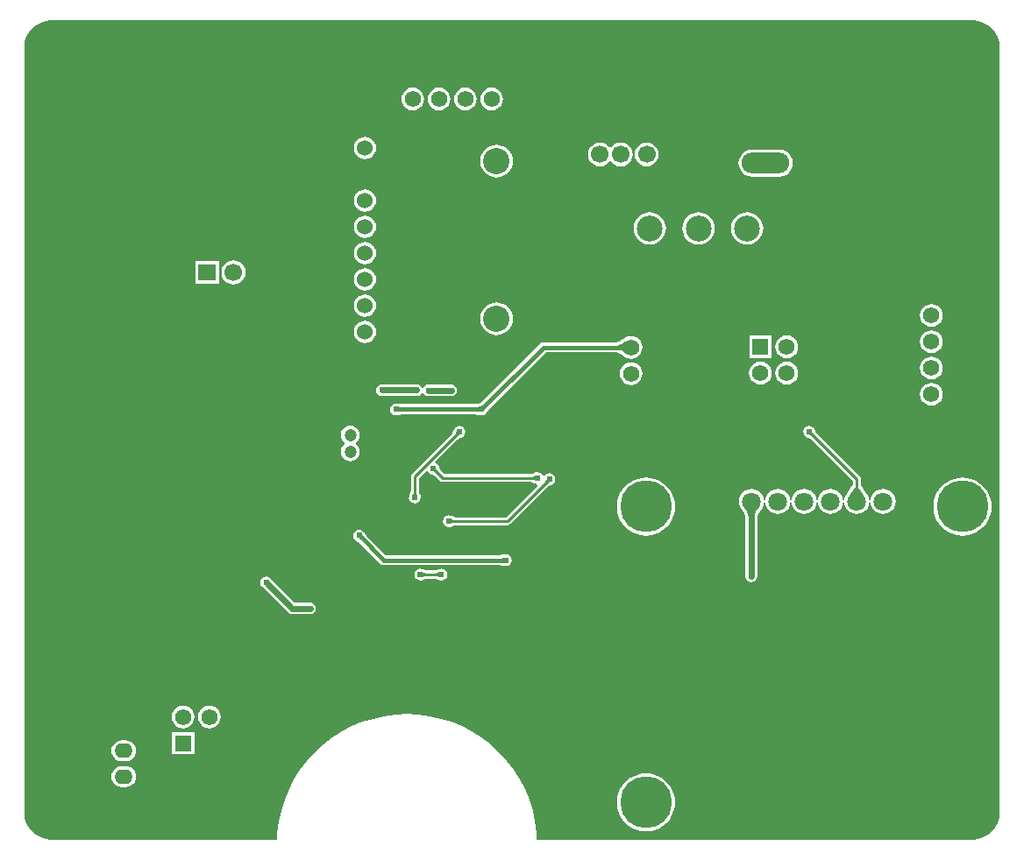
<source format=gbl>
G04*
G04 #@! TF.GenerationSoftware,Altium Limited,Altium Designer,20.2.8 (258)*
G04*
G04 Layer_Physical_Order=2*
G04 Layer_Color=16711680*
%FSLAX25Y25*%
%MOIN*%
G70*
G04*
G04 #@! TF.SameCoordinates,8B033AF5-0F56-4633-A6EA-0BBE3F1FE994*
G04*
G04*
G04 #@! TF.FilePolarity,Positive*
G04*
G01*
G75*
%ADD10C,0.02400*%
%ADD12C,0.01000*%
%ADD18C,0.01800*%
%ADD84C,0.19685*%
%ADD85O,0.05512X0.08268*%
%ADD86C,0.04724*%
%ADD87C,0.06693*%
%ADD88R,0.06693X0.06200*%
%ADD89C,0.07087*%
%ADD90R,0.07087X0.07087*%
%ADD91C,0.06000*%
%ADD92C,0.10000*%
%ADD93O,0.18110X0.07874*%
%ADD94O,0.07874X0.18110*%
%ADD95C,0.06200*%
%ADD96R,0.06200X0.06200*%
%ADD97R,0.06200X0.06200*%
%ADD98O,0.06890X0.05512*%
%ADD99C,0.09843*%
%ADD100C,0.12205*%
%ADD101C,0.02400*%
%ADD102C,0.03600*%
G36*
X364197Y313164D02*
X366112Y312583D01*
X367877Y311639D01*
X369424Y310369D01*
X370694Y308822D01*
X371638Y307057D01*
X372219Y305141D01*
X372366Y303642D01*
X372384Y303150D01*
X372384D01*
Y11811D01*
X372405Y11708D01*
X372219Y9819D01*
X371638Y7904D01*
X370694Y6139D01*
X369424Y4591D01*
X367877Y3322D01*
X366112Y2378D01*
X364197Y1797D01*
X362307Y1611D01*
X362205Y1631D01*
X196475D01*
X196365Y4132D01*
X195802Y8414D01*
X194867Y12631D01*
X193568Y16750D01*
X191915Y20741D01*
X189921Y24572D01*
X187600Y28214D01*
X184971Y31641D01*
X182053Y34826D01*
X178868Y37743D01*
X175442Y40373D01*
X171799Y42694D01*
X167968Y44688D01*
X163977Y46341D01*
X159858Y47640D01*
X155641Y48575D01*
X151359Y49138D01*
X147044Y49327D01*
X142729Y49138D01*
X138446Y48575D01*
X134230Y47640D01*
X130110Y46341D01*
X126120Y44688D01*
X122289Y42694D01*
X118646Y40373D01*
X115219Y37743D01*
X112035Y34826D01*
X109117Y31641D01*
X106488Y28214D01*
X104167Y24572D01*
X102173Y20741D01*
X100520Y16750D01*
X99221Y12631D01*
X98286Y8414D01*
X97722Y4132D01*
X97613Y1631D01*
X11811D01*
X11708Y1611D01*
X9819Y1797D01*
X7904Y2378D01*
X6139Y3322D01*
X4591Y4591D01*
X3322Y6139D01*
X2378Y7904D01*
X1797Y9819D01*
X1611Y11708D01*
X1631Y11811D01*
Y303150D01*
X1611Y303252D01*
X1797Y305141D01*
X2378Y307057D01*
X3322Y308822D01*
X4591Y310369D01*
X6139Y311639D01*
X7904Y312583D01*
X9819Y313164D01*
X11708Y313350D01*
X11811Y313329D01*
X362205D01*
X362307Y313350D01*
X364197Y313164D01*
D02*
G37*
%LPC*%
G36*
X179291Y287802D02*
X178169Y287654D01*
X177123Y287221D01*
X176225Y286531D01*
X175535Y285633D01*
X175102Y284587D01*
X174954Y283465D01*
X175102Y282342D01*
X175535Y281296D01*
X176225Y280398D01*
X177123Y279709D01*
X178169Y279275D01*
X179291Y279128D01*
X180414Y279275D01*
X181460Y279709D01*
X182358Y280398D01*
X183047Y281296D01*
X183481Y282342D01*
X183628Y283465D01*
X183481Y284587D01*
X183047Y285633D01*
X182358Y286531D01*
X181460Y287221D01*
X180414Y287654D01*
X179291Y287802D01*
D02*
G37*
G36*
X169291D02*
X168169Y287654D01*
X167123Y287221D01*
X166225Y286531D01*
X165535Y285633D01*
X165102Y284587D01*
X164954Y283465D01*
X165102Y282342D01*
X165535Y281296D01*
X166225Y280398D01*
X167123Y279709D01*
X168169Y279275D01*
X169291Y279128D01*
X170414Y279275D01*
X171460Y279709D01*
X172358Y280398D01*
X173047Y281296D01*
X173481Y282342D01*
X173628Y283465D01*
X173481Y284587D01*
X173047Y285633D01*
X172358Y286531D01*
X171460Y287221D01*
X170414Y287654D01*
X169291Y287802D01*
D02*
G37*
G36*
X159291D02*
X158169Y287654D01*
X157123Y287221D01*
X156225Y286531D01*
X155535Y285633D01*
X155102Y284587D01*
X154954Y283465D01*
X155102Y282342D01*
X155535Y281296D01*
X156225Y280398D01*
X157123Y279709D01*
X158169Y279275D01*
X159291Y279128D01*
X160414Y279275D01*
X161460Y279709D01*
X162358Y280398D01*
X163047Y281296D01*
X163481Y282342D01*
X163628Y283465D01*
X163481Y284587D01*
X163047Y285633D01*
X162358Y286531D01*
X161460Y287221D01*
X160414Y287654D01*
X159291Y287802D01*
D02*
G37*
G36*
X149291D02*
X148169Y287654D01*
X147123Y287221D01*
X146224Y286531D01*
X145535Y285633D01*
X145102Y284587D01*
X144954Y283465D01*
X145102Y282342D01*
X145535Y281296D01*
X146224Y280398D01*
X147123Y279709D01*
X148169Y279275D01*
X149291Y279128D01*
X150414Y279275D01*
X151460Y279709D01*
X152358Y280398D01*
X153047Y281296D01*
X153481Y282342D01*
X153628Y283465D01*
X153481Y284587D01*
X153047Y285633D01*
X152358Y286531D01*
X151460Y287221D01*
X150414Y287654D01*
X149291Y287802D01*
D02*
G37*
G36*
X228346Y266968D02*
X227160Y266812D01*
X226054Y266354D01*
X225104Y265625D01*
X224659Y265046D01*
X224160D01*
X223715Y265625D01*
X222765Y266354D01*
X221659Y266812D01*
X220472Y266968D01*
X219286Y266812D01*
X218180Y266354D01*
X217230Y265625D01*
X216501Y264675D01*
X216043Y263569D01*
X215887Y262382D01*
X216043Y261195D01*
X216501Y260089D01*
X217230Y259140D01*
X218180Y258411D01*
X219286Y257953D01*
X220472Y257797D01*
X221659Y257953D01*
X222765Y258411D01*
X223715Y259140D01*
X224160Y259719D01*
X224659D01*
X225104Y259140D01*
X226054Y258411D01*
X227160Y257953D01*
X228346Y257797D01*
X229533Y257953D01*
X230639Y258411D01*
X231589Y259140D01*
X232318Y260089D01*
X232776Y261195D01*
X232932Y262382D01*
X232776Y263569D01*
X232318Y264675D01*
X231589Y265625D01*
X230639Y266354D01*
X229533Y266812D01*
X228346Y266968D01*
D02*
G37*
G36*
X131102Y269079D02*
X130006Y268934D01*
X128984Y268511D01*
X128107Y267838D01*
X127434Y266961D01*
X127011Y265939D01*
X126866Y264843D01*
X127011Y263746D01*
X127434Y262724D01*
X128107Y261847D01*
X128984Y261174D01*
X130006Y260751D01*
X131102Y260606D01*
X132199Y260751D01*
X133221Y261174D01*
X134098Y261847D01*
X134771Y262724D01*
X135194Y263746D01*
X135339Y264843D01*
X135194Y265939D01*
X134771Y266961D01*
X134098Y267838D01*
X133221Y268511D01*
X132199Y268934D01*
X131102Y269079D01*
D02*
G37*
G36*
X238189Y266968D02*
X237002Y266812D01*
X235896Y266354D01*
X234946Y265625D01*
X234218Y264675D01*
X233759Y263569D01*
X233603Y262382D01*
X233759Y261195D01*
X234218Y260089D01*
X234946Y259140D01*
X235896Y258411D01*
X237002Y257953D01*
X238189Y257797D01*
X239376Y257953D01*
X240482Y258411D01*
X241431Y259140D01*
X242160Y260089D01*
X242618Y261195D01*
X242775Y262382D01*
X242618Y263569D01*
X242160Y264675D01*
X241431Y265625D01*
X240482Y266354D01*
X239376Y266812D01*
X238189Y266968D01*
D02*
G37*
G36*
X288582Y264237D02*
X278346D01*
X277005Y264061D01*
X275755Y263543D01*
X274682Y262720D01*
X273859Y261647D01*
X273341Y260397D01*
X273165Y259056D01*
X273341Y257715D01*
X273859Y256466D01*
X274682Y255392D01*
X275755Y254569D01*
X277005Y254051D01*
X278346Y253875D01*
X288582D01*
X289923Y254051D01*
X291173Y254569D01*
X292246Y255392D01*
X293069Y256466D01*
X293587Y257715D01*
X293763Y259056D01*
X293587Y260397D01*
X293069Y261647D01*
X292246Y262720D01*
X291173Y263543D01*
X289923Y264061D01*
X288582Y264237D01*
D02*
G37*
G36*
X181102Y266073D02*
X179887Y265953D01*
X178718Y265598D01*
X177641Y265023D01*
X176697Y264248D01*
X175922Y263304D01*
X175347Y262227D01*
X174992Y261058D01*
X174872Y259842D01*
X174992Y258627D01*
X175347Y257458D01*
X175922Y256381D01*
X176697Y255437D01*
X177641Y254662D01*
X178718Y254087D01*
X179887Y253732D01*
X181102Y253612D01*
X182318Y253732D01*
X183486Y254087D01*
X184564Y254662D01*
X185508Y255437D01*
X186282Y256381D01*
X186858Y257458D01*
X187213Y258627D01*
X187332Y259842D01*
X187213Y261058D01*
X186858Y262227D01*
X186282Y263304D01*
X185508Y264248D01*
X184564Y265023D01*
X183486Y265598D01*
X182318Y265953D01*
X181102Y266073D01*
D02*
G37*
G36*
X131102Y249079D02*
X130006Y248934D01*
X128984Y248511D01*
X128107Y247838D01*
X127434Y246961D01*
X127011Y245939D01*
X126866Y244843D01*
X127011Y243746D01*
X127434Y242724D01*
X128107Y241847D01*
X128984Y241174D01*
X130006Y240751D01*
X131102Y240606D01*
X132199Y240751D01*
X133221Y241174D01*
X134098Y241847D01*
X134771Y242724D01*
X135194Y243746D01*
X135339Y244843D01*
X135194Y245939D01*
X134771Y246961D01*
X134098Y247838D01*
X133221Y248511D01*
X132199Y248934D01*
X131102Y249079D01*
D02*
G37*
G36*
X131102Y239079D02*
X130006Y238934D01*
X128984Y238511D01*
X128107Y237838D01*
X127434Y236961D01*
X127011Y235939D01*
X126866Y234842D01*
X127011Y233746D01*
X127434Y232724D01*
X128107Y231847D01*
X128984Y231174D01*
X130006Y230751D01*
X131102Y230606D01*
X132199Y230751D01*
X133221Y231174D01*
X134098Y231847D01*
X134771Y232724D01*
X135194Y233746D01*
X135339Y234842D01*
X135194Y235939D01*
X134771Y236961D01*
X134098Y237838D01*
X133221Y238511D01*
X132199Y238934D01*
X131102Y239079D01*
D02*
G37*
G36*
X276378Y240403D02*
X275178Y240285D01*
X274024Y239935D01*
X272961Y239366D01*
X272029Y238601D01*
X271264Y237669D01*
X270695Y236606D01*
X270345Y235452D01*
X270227Y234252D01*
X270345Y233052D01*
X270695Y231898D01*
X271264Y230835D01*
X272029Y229903D01*
X272961Y229138D01*
X274024Y228569D01*
X275178Y228219D01*
X276378Y228101D01*
X277578Y228219D01*
X278732Y228569D01*
X279795Y229138D01*
X280727Y229903D01*
X281492Y230835D01*
X282061Y231898D01*
X282411Y233052D01*
X282529Y234252D01*
X282411Y235452D01*
X282061Y236606D01*
X281492Y237669D01*
X280727Y238601D01*
X279795Y239366D01*
X278732Y239935D01*
X277578Y240285D01*
X276378Y240403D01*
D02*
G37*
G36*
X257874D02*
X256674Y240285D01*
X255520Y239935D01*
X254457Y239366D01*
X253525Y238601D01*
X252760Y237669D01*
X252191Y236606D01*
X251841Y235452D01*
X251723Y234252D01*
X251841Y233052D01*
X252191Y231898D01*
X252760Y230835D01*
X253525Y229903D01*
X254457Y229138D01*
X255520Y228569D01*
X256674Y228219D01*
X257874Y228101D01*
X259074Y228219D01*
X260228Y228569D01*
X261291Y229138D01*
X262223Y229903D01*
X262988Y230835D01*
X263557Y231898D01*
X263907Y233052D01*
X264025Y234252D01*
X263907Y235452D01*
X263557Y236606D01*
X262988Y237669D01*
X262223Y238601D01*
X261291Y239366D01*
X260228Y239935D01*
X259074Y240285D01*
X257874Y240403D01*
D02*
G37*
G36*
X239370D02*
X238170Y240285D01*
X237016Y239935D01*
X235953Y239366D01*
X235021Y238601D01*
X234256Y237669D01*
X233687Y236606D01*
X233337Y235452D01*
X233219Y234252D01*
X233337Y233052D01*
X233687Y231898D01*
X234256Y230835D01*
X235021Y229903D01*
X235953Y229138D01*
X237016Y228569D01*
X238170Y228219D01*
X239370Y228101D01*
X240570Y228219D01*
X241724Y228569D01*
X242787Y229138D01*
X243719Y229903D01*
X244484Y230835D01*
X245053Y231898D01*
X245403Y233052D01*
X245521Y234252D01*
X245403Y235452D01*
X245053Y236606D01*
X244484Y237669D01*
X243719Y238601D01*
X242787Y239366D01*
X241724Y239935D01*
X240570Y240285D01*
X239370Y240403D01*
D02*
G37*
G36*
X131102Y229079D02*
X130006Y228934D01*
X128984Y228511D01*
X128107Y227838D01*
X127434Y226961D01*
X127011Y225939D01*
X126866Y224843D01*
X127011Y223746D01*
X127434Y222724D01*
X128107Y221847D01*
X128984Y221174D01*
X130006Y220751D01*
X131102Y220606D01*
X132199Y220751D01*
X133221Y221174D01*
X134098Y221847D01*
X134771Y222724D01*
X135194Y223746D01*
X135339Y224843D01*
X135194Y225939D01*
X134771Y226961D01*
X134098Y227838D01*
X133221Y228511D01*
X132199Y228934D01*
X131102Y229079D01*
D02*
G37*
G36*
X75660Y221768D02*
X66567D01*
Y213169D01*
X75660D01*
Y221768D01*
D02*
G37*
G36*
X81113Y222054D02*
X79927Y221898D01*
X78821Y221440D01*
X77871Y220711D01*
X77142Y219761D01*
X76684Y218655D01*
X76528Y217469D01*
X76684Y216282D01*
X77142Y215176D01*
X77871Y214226D01*
X78821Y213497D01*
X79927Y213039D01*
X81113Y212883D01*
X82300Y213039D01*
X83406Y213497D01*
X84356Y214226D01*
X85085Y215176D01*
X85543Y216282D01*
X85699Y217469D01*
X85543Y218655D01*
X85085Y219761D01*
X84356Y220711D01*
X83406Y221440D01*
X82300Y221898D01*
X81113Y222054D01*
D02*
G37*
G36*
X131102Y219079D02*
X130006Y218934D01*
X128984Y218511D01*
X128107Y217838D01*
X127434Y216961D01*
X127011Y215939D01*
X126866Y214843D01*
X127011Y213746D01*
X127434Y212724D01*
X128107Y211847D01*
X128984Y211174D01*
X130006Y210751D01*
X131102Y210606D01*
X132199Y210751D01*
X133221Y211174D01*
X134098Y211847D01*
X134771Y212724D01*
X135194Y213746D01*
X135339Y214843D01*
X135194Y215939D01*
X134771Y216961D01*
X134098Y217838D01*
X133221Y218511D01*
X132199Y218934D01*
X131102Y219079D01*
D02*
G37*
G36*
X131102Y209079D02*
X130006Y208934D01*
X128984Y208511D01*
X128107Y207838D01*
X127434Y206961D01*
X127011Y205939D01*
X126866Y204842D01*
X127011Y203746D01*
X127434Y202724D01*
X128107Y201847D01*
X128984Y201174D01*
X130006Y200751D01*
X131102Y200606D01*
X132199Y200751D01*
X133221Y201174D01*
X134098Y201847D01*
X134771Y202724D01*
X135194Y203746D01*
X135339Y204842D01*
X135194Y205939D01*
X134771Y206961D01*
X134098Y207838D01*
X133221Y208511D01*
X132199Y208934D01*
X131102Y209079D01*
D02*
G37*
G36*
X346457Y205439D02*
X345334Y205292D01*
X344288Y204858D01*
X343390Y204169D01*
X342701Y203271D01*
X342267Y202225D01*
X342120Y201102D01*
X342267Y199980D01*
X342701Y198934D01*
X343390Y198036D01*
X344288Y197346D01*
X345334Y196913D01*
X346457Y196765D01*
X347579Y196913D01*
X348625Y197346D01*
X349523Y198036D01*
X350213Y198934D01*
X350646Y199980D01*
X350794Y201102D01*
X350646Y202225D01*
X350213Y203271D01*
X349523Y204169D01*
X348625Y204858D01*
X347579Y205292D01*
X346457Y205439D01*
D02*
G37*
G36*
X181102Y206072D02*
X179887Y205953D01*
X178718Y205598D01*
X177641Y205023D01*
X176697Y204248D01*
X175922Y203304D01*
X175347Y202227D01*
X174992Y201058D01*
X174872Y199843D01*
X174992Y198627D01*
X175347Y197458D01*
X175922Y196381D01*
X176697Y195437D01*
X177641Y194662D01*
X178718Y194087D01*
X179887Y193732D01*
X181102Y193613D01*
X182318Y193732D01*
X183486Y194087D01*
X184564Y194662D01*
X185508Y195437D01*
X186282Y196381D01*
X186858Y197458D01*
X187213Y198627D01*
X187332Y199843D01*
X187213Y201058D01*
X186858Y202227D01*
X186282Y203304D01*
X185508Y204248D01*
X184564Y205023D01*
X183486Y205598D01*
X182318Y205953D01*
X181102Y206072D01*
D02*
G37*
G36*
X131102Y199079D02*
X130006Y198934D01*
X128984Y198511D01*
X128107Y197838D01*
X127434Y196961D01*
X127011Y195939D01*
X126866Y194843D01*
X127011Y193746D01*
X127434Y192724D01*
X128107Y191847D01*
X128984Y191174D01*
X130006Y190751D01*
X131102Y190606D01*
X132199Y190751D01*
X133221Y191174D01*
X134098Y191847D01*
X134771Y192724D01*
X135194Y193746D01*
X135339Y194843D01*
X135194Y195939D01*
X134771Y196961D01*
X134098Y197838D01*
X133221Y198511D01*
X132199Y198934D01*
X131102Y199079D01*
D02*
G37*
G36*
X346457Y195440D02*
X345334Y195292D01*
X344288Y194858D01*
X343390Y194169D01*
X342701Y193271D01*
X342267Y192225D01*
X342120Y191102D01*
X342267Y189980D01*
X342701Y188934D01*
X343390Y188036D01*
X344288Y187346D01*
X345334Y186913D01*
X346457Y186765D01*
X347579Y186913D01*
X348625Y187346D01*
X349523Y188036D01*
X350213Y188934D01*
X350646Y189980D01*
X350794Y191102D01*
X350646Y192225D01*
X350213Y193271D01*
X349523Y194169D01*
X348625Y194858D01*
X347579Y195292D01*
X346457Y195440D01*
D02*
G37*
G36*
X285796Y193434D02*
X277196D01*
Y184834D01*
X285796D01*
Y193434D01*
D02*
G37*
G36*
X291496Y193471D02*
X290373Y193323D01*
X289328Y192890D01*
X288429Y192201D01*
X287740Y191302D01*
X287307Y190256D01*
X287159Y189134D01*
X287307Y188011D01*
X287740Y186965D01*
X288429Y186067D01*
X289328Y185378D01*
X290373Y184944D01*
X291496Y184797D01*
X292619Y184944D01*
X293665Y185378D01*
X294563Y186067D01*
X295252Y186965D01*
X295685Y188011D01*
X295833Y189134D01*
X295685Y190256D01*
X295252Y191302D01*
X294563Y192201D01*
X293665Y192890D01*
X292619Y193323D01*
X291496Y193471D01*
D02*
G37*
G36*
X232283Y193314D02*
X231161Y193166D01*
X230115Y192732D01*
X229794Y192487D01*
X229697Y192441D01*
X229307Y192154D01*
X228616Y191684D01*
X228044Y191347D01*
X227832Y191240D01*
X227650Y191163D01*
X227521Y191119D01*
X227454Y191104D01*
X227353Y191095D01*
X227173Y191043D01*
X226989Y191007D01*
X226945Y190978D01*
X226894Y190963D01*
X226833Y190914D01*
X199036D01*
X198295Y190766D01*
X197666Y190346D01*
X175572Y168252D01*
X175428Y168226D01*
X175417Y168219D01*
X175405Y168217D01*
X175217Y168091D01*
X175026Y167969D01*
X174711Y167667D01*
X174643Y167608D01*
X174635Y167603D01*
X174631Y167599D01*
X174618Y167588D01*
X174600Y167567D01*
X174546Y167537D01*
X174542Y167536D01*
X174021Y167503D01*
X173920Y167503D01*
X173689Y167456D01*
X173457Y167410D01*
X173455Y167408D01*
X173452Y167408D01*
X173317Y167317D01*
X144964D01*
X144844Y167400D01*
X144832Y167403D01*
X144821Y167410D01*
X144599Y167454D01*
X144378Y167503D01*
X143942Y167512D01*
X143852Y167518D01*
X143843Y167520D01*
X143837Y167520D01*
X143821Y167522D01*
X143792Y167520D01*
X143656Y167559D01*
X143608Y167553D01*
X143560Y167563D01*
X143460Y167543D01*
X143448Y167544D01*
X143417Y167534D01*
X143372Y167525D01*
X143345Y167522D01*
X142839Y167623D01*
X141981Y167452D01*
X141253Y166966D01*
X140767Y166238D01*
X140596Y165380D01*
X140767Y164521D01*
X141253Y163793D01*
X141981Y163307D01*
X142839Y163136D01*
X143345Y163237D01*
X143372Y163234D01*
X143417Y163225D01*
X143448Y163215D01*
X143460Y163216D01*
X143560Y163197D01*
X143608Y163206D01*
X143656Y163200D01*
X143737Y163223D01*
X144257Y163256D01*
X144359Y163256D01*
X144590Y163303D01*
X144821Y163349D01*
X144824Y163351D01*
X144826Y163351D01*
X144961Y163442D01*
X173315D01*
X173435Y163359D01*
X173447Y163356D01*
X173457Y163349D01*
X173679Y163305D01*
X173901Y163256D01*
X174337Y163247D01*
X174426Y163241D01*
X174436Y163239D01*
X174442Y163239D01*
X174458Y163237D01*
X174486Y163239D01*
X174623Y163200D01*
X174671Y163206D01*
X174719Y163197D01*
X174819Y163216D01*
X174831Y163215D01*
X174862Y163225D01*
X174907Y163234D01*
X174934Y163237D01*
X175439Y163136D01*
X176298Y163307D01*
X177025Y163793D01*
X177312Y164222D01*
X177333Y164239D01*
X177371Y164264D01*
X177400Y164279D01*
X177408Y164289D01*
X177493Y164345D01*
X177520Y164386D01*
X177558Y164416D01*
X177599Y164489D01*
X177944Y164880D01*
X178015Y164952D01*
X178145Y165148D01*
X178277Y165345D01*
X178277Y165348D01*
X178279Y165350D01*
X178310Y165510D01*
X199839Y187039D01*
X226833D01*
X226894Y186990D01*
X226945Y186975D01*
X226989Y186946D01*
X227173Y186909D01*
X227353Y186857D01*
X227454Y186849D01*
X227521Y186834D01*
X227650Y186790D01*
X227832Y186713D01*
X228025Y186616D01*
X229322Y185788D01*
X229697Y185512D01*
X229794Y185466D01*
X230115Y185220D01*
X231161Y184787D01*
X232283Y184639D01*
X233406Y184787D01*
X234452Y185220D01*
X235350Y185910D01*
X236039Y186808D01*
X236473Y187854D01*
X236621Y188976D01*
X236473Y190099D01*
X236039Y191145D01*
X235350Y192043D01*
X234452Y192732D01*
X233406Y193166D01*
X232283Y193314D01*
D02*
G37*
G36*
X346457Y185440D02*
X345334Y185292D01*
X344288Y184858D01*
X343390Y184169D01*
X342701Y183271D01*
X342267Y182225D01*
X342120Y181102D01*
X342267Y179980D01*
X342701Y178934D01*
X343390Y178036D01*
X344288Y177346D01*
X345334Y176913D01*
X346457Y176765D01*
X347579Y176913D01*
X348625Y177346D01*
X349523Y178036D01*
X350213Y178934D01*
X350646Y179980D01*
X350794Y181102D01*
X350646Y182225D01*
X350213Y183271D01*
X349523Y184169D01*
X348625Y184858D01*
X347579Y185292D01*
X346457Y185440D01*
D02*
G37*
G36*
X291496Y183471D02*
X290373Y183323D01*
X289328Y182890D01*
X288429Y182201D01*
X287740Y181302D01*
X287307Y180256D01*
X287159Y179134D01*
X287307Y178011D01*
X287740Y176965D01*
X288429Y176067D01*
X289328Y175378D01*
X290373Y174944D01*
X291496Y174797D01*
X292619Y174944D01*
X293665Y175378D01*
X294563Y176067D01*
X295252Y176965D01*
X295685Y178011D01*
X295833Y179134D01*
X295685Y180256D01*
X295252Y181302D01*
X294563Y182201D01*
X293665Y182890D01*
X292619Y183323D01*
X291496Y183471D01*
D02*
G37*
G36*
X281496D02*
X280374Y183323D01*
X279328Y182890D01*
X278429Y182201D01*
X277740Y181302D01*
X277307Y180256D01*
X277159Y179134D01*
X277307Y178011D01*
X277740Y176965D01*
X278429Y176067D01*
X279328Y175378D01*
X280374Y174944D01*
X281496Y174797D01*
X282619Y174944D01*
X283665Y175378D01*
X284563Y176067D01*
X285252Y176965D01*
X285685Y178011D01*
X285833Y179134D01*
X285685Y180256D01*
X285252Y181302D01*
X284563Y182201D01*
X283665Y182890D01*
X282619Y183323D01*
X281496Y183471D01*
D02*
G37*
G36*
X232283Y183314D02*
X231161Y183166D01*
X230115Y182732D01*
X229217Y182043D01*
X228527Y181145D01*
X228094Y180099D01*
X227946Y178976D01*
X228094Y177854D01*
X228527Y176808D01*
X229217Y175910D01*
X230115Y175220D01*
X231161Y174787D01*
X232283Y174639D01*
X233406Y174787D01*
X234452Y175220D01*
X235350Y175910D01*
X236039Y176808D01*
X236473Y177854D01*
X236621Y178976D01*
X236473Y180099D01*
X236039Y181145D01*
X235350Y182043D01*
X234452Y182732D01*
X233406Y183166D01*
X232283Y183314D01*
D02*
G37*
G36*
X150739Y174923D02*
X137539D01*
X136681Y174752D01*
X135953Y174266D01*
X135467Y173538D01*
X135296Y172679D01*
X135467Y171821D01*
X135953Y171093D01*
X136681Y170607D01*
X137539Y170436D01*
X150739D01*
X151598Y170607D01*
X152325Y171093D01*
X152678Y171621D01*
X152830Y171652D01*
X153241Y171611D01*
X153653Y170993D01*
X154381Y170507D01*
X155239Y170336D01*
X163839D01*
X164698Y170507D01*
X165426Y170993D01*
X165912Y171721D01*
X166083Y172580D01*
X165912Y173438D01*
X165426Y174166D01*
X164698Y174652D01*
X163839Y174823D01*
X155239D01*
X154381Y174652D01*
X153653Y174166D01*
X153301Y173638D01*
X153149Y173607D01*
X152738Y173648D01*
X152325Y174266D01*
X151598Y174752D01*
X150739Y174923D01*
D02*
G37*
G36*
X346457Y175440D02*
X345334Y175292D01*
X344288Y174858D01*
X343390Y174169D01*
X342701Y173271D01*
X342267Y172225D01*
X342120Y171102D01*
X342267Y169980D01*
X342701Y168934D01*
X343390Y168036D01*
X344288Y167346D01*
X345334Y166913D01*
X346457Y166765D01*
X347579Y166913D01*
X348625Y167346D01*
X349523Y168036D01*
X350213Y168934D01*
X350646Y169980D01*
X350794Y171102D01*
X350646Y172225D01*
X350213Y173271D01*
X349523Y174169D01*
X348625Y174858D01*
X347579Y175292D01*
X346457Y175440D01*
D02*
G37*
G36*
X125550Y159122D02*
X124620Y159000D01*
X123754Y158641D01*
X123010Y158070D01*
X122439Y157326D01*
X122080Y156459D01*
X121957Y155529D01*
X122080Y154599D01*
X122439Y153733D01*
X123010Y152989D01*
X123393Y152695D01*
Y152064D01*
X123010Y151770D01*
X122439Y151026D01*
X122080Y150160D01*
X121957Y149230D01*
X122080Y148300D01*
X122439Y147433D01*
X123010Y146689D01*
X123754Y146118D01*
X124620Y145759D01*
X125550Y145637D01*
X126480Y145759D01*
X127347Y146118D01*
X128091Y146689D01*
X128662Y147433D01*
X129021Y148300D01*
X129143Y149230D01*
X129021Y150160D01*
X128662Y151026D01*
X128091Y151770D01*
X127708Y152064D01*
Y152695D01*
X128091Y152989D01*
X128662Y153733D01*
X129021Y154599D01*
X129143Y155529D01*
X129021Y156459D01*
X128662Y157326D01*
X128091Y158070D01*
X127347Y158641D01*
X126480Y159000D01*
X125550Y159122D01*
D02*
G37*
G36*
X299939Y159123D02*
X299081Y158952D01*
X298353Y158466D01*
X297867Y157738D01*
X297696Y156879D01*
X297867Y156021D01*
X298353Y155293D01*
X298756Y155024D01*
X298778Y154976D01*
X298850Y154908D01*
X298905Y154826D01*
X299023Y154747D01*
X299128Y154650D01*
X299220Y154616D01*
X299302Y154561D01*
X299442Y154533D01*
X299575Y154484D01*
X299684Y154466D01*
X299870Y154423D01*
X299916Y154410D01*
X299961Y154393D01*
X299992Y154379D01*
X300010Y154369D01*
X300014Y154367D01*
X300043Y154340D01*
X300223Y154232D01*
X300398Y154115D01*
X300427Y154109D01*
X300452Y154094D01*
X300581Y154075D01*
X316580Y138076D01*
Y136570D01*
X316552Y136507D01*
X316479Y136397D01*
X316471Y136354D01*
X314719Y133722D01*
X314296Y133154D01*
X314248Y133054D01*
X313966Y132687D01*
X313489Y131533D01*
X313362Y130571D01*
X312858D01*
X312731Y131533D01*
X312253Y132687D01*
X311493Y133678D01*
X310502Y134438D01*
X309348Y134916D01*
X308110Y135079D01*
X306872Y134916D01*
X305718Y134438D01*
X304727Y133678D01*
X303966Y132687D01*
X303488Y131533D01*
X303362Y130571D01*
X302858D01*
X302731Y131533D01*
X302253Y132687D01*
X301493Y133678D01*
X300502Y134438D01*
X299348Y134916D01*
X298110Y135079D01*
X296871Y134916D01*
X295718Y134438D01*
X294727Y133678D01*
X293967Y132687D01*
X293489Y131533D01*
X293362Y130571D01*
X292858D01*
X292731Y131533D01*
X292253Y132687D01*
X291493Y133678D01*
X290502Y134438D01*
X289348Y134916D01*
X288110Y135079D01*
X286872Y134916D01*
X285718Y134438D01*
X284727Y133678D01*
X283966Y132687D01*
X283488Y131533D01*
X283362Y130571D01*
X282857D01*
X282731Y131533D01*
X282253Y132687D01*
X281493Y133678D01*
X280502Y134438D01*
X279348Y134916D01*
X278110Y135079D01*
X276871Y134916D01*
X275718Y134438D01*
X274727Y133678D01*
X273966Y132687D01*
X273488Y131533D01*
X273325Y130295D01*
X273488Y129057D01*
X273966Y127903D01*
X274215Y127580D01*
X274253Y127493D01*
X274545Y127084D01*
X274787Y126721D01*
X275195Y126035D01*
X275336Y125757D01*
X275450Y125500D01*
X275531Y125278D01*
X275582Y125095D01*
X275607Y124956D01*
X275618Y124782D01*
X275667Y124601D01*
X275699Y124417D01*
X275728Y124372D01*
X275742Y124321D01*
X275796Y124250D01*
Y102282D01*
X275696Y101779D01*
X275867Y100921D01*
X276353Y100193D01*
X277081Y99707D01*
X277939Y99536D01*
X278798Y99707D01*
X279525Y100193D01*
X279626Y100293D01*
X280112Y101021D01*
X280282Y101880D01*
Y124198D01*
X280335Y124267D01*
X280343Y124295D01*
X280360Y124319D01*
X280405Y124524D01*
X280460Y124728D01*
X280472Y124900D01*
X280497Y125032D01*
X280549Y125208D01*
X280632Y125424D01*
X280749Y125675D01*
X280889Y125936D01*
X281585Y126990D01*
X281876Y127373D01*
X281927Y127478D01*
X282253Y127903D01*
X282731Y129057D01*
X282857Y130019D01*
X283362D01*
X283488Y129057D01*
X283966Y127903D01*
X284727Y126912D01*
X285718Y126152D01*
X286872Y125674D01*
X288110Y125511D01*
X289348Y125674D01*
X290502Y126152D01*
X291493Y126912D01*
X292253Y127903D01*
X292731Y129057D01*
X292858Y130019D01*
X293362D01*
X293489Y129057D01*
X293967Y127903D01*
X294727Y126912D01*
X295718Y126152D01*
X296871Y125674D01*
X298110Y125511D01*
X299348Y125674D01*
X300502Y126152D01*
X301493Y126912D01*
X302253Y127903D01*
X302731Y129057D01*
X302858Y130019D01*
X303362D01*
X303488Y129057D01*
X303966Y127903D01*
X304727Y126912D01*
X305718Y126152D01*
X306872Y125674D01*
X308110Y125511D01*
X309348Y125674D01*
X310502Y126152D01*
X311493Y126912D01*
X312253Y127903D01*
X312731Y129057D01*
X312858Y130019D01*
X313362D01*
X313489Y129057D01*
X313966Y127903D01*
X314727Y126912D01*
X315718Y126152D01*
X316872Y125674D01*
X318110Y125511D01*
X319348Y125674D01*
X320502Y126152D01*
X321493Y126912D01*
X322253Y127903D01*
X322731Y129057D01*
X322858Y130019D01*
X323362D01*
X323488Y129057D01*
X323967Y127903D01*
X324727Y126912D01*
X325718Y126152D01*
X326871Y125674D01*
X328110Y125511D01*
X329348Y125674D01*
X330502Y126152D01*
X331493Y126912D01*
X332253Y127903D01*
X332731Y129057D01*
X332894Y130295D01*
X332731Y131533D01*
X332253Y132687D01*
X331493Y133678D01*
X330502Y134438D01*
X329348Y134916D01*
X328110Y135079D01*
X326871Y134916D01*
X325718Y134438D01*
X324727Y133678D01*
X323967Y132687D01*
X323488Y131533D01*
X323362Y130571D01*
X322858D01*
X322731Y131533D01*
X322253Y132687D01*
X321972Y133054D01*
X321924Y133154D01*
X321489Y133738D01*
X320210Y135534D01*
X319876Y136064D01*
X319804Y136197D01*
X319759Y136300D01*
X319740Y136397D01*
X319667Y136507D01*
X319639Y136570D01*
Y138709D01*
X319523Y139294D01*
X319191Y139791D01*
X302744Y156238D01*
X302725Y156367D01*
X302710Y156392D01*
X302704Y156421D01*
X302587Y156596D01*
X302479Y156776D01*
X302452Y156805D01*
X302450Y156808D01*
X302440Y156826D01*
X302426Y156858D01*
X302409Y156903D01*
X302396Y156948D01*
X302353Y157135D01*
X302335Y157244D01*
X302286Y157377D01*
X302258Y157517D01*
X302203Y157599D01*
X302168Y157691D01*
X302071Y157796D01*
X301993Y157914D01*
X301910Y157968D01*
X301843Y158041D01*
X301795Y158063D01*
X301525Y158466D01*
X300798Y158952D01*
X299939Y159123D01*
D02*
G37*
G36*
X167039Y159023D02*
X166181Y158852D01*
X165453Y158366D01*
X165184Y157963D01*
X165136Y157941D01*
X165068Y157869D01*
X164986Y157814D01*
X164907Y157695D01*
X164810Y157591D01*
X164776Y157499D01*
X164721Y157417D01*
X164693Y157277D01*
X164644Y157144D01*
X164626Y157035D01*
X164583Y156849D01*
X164569Y156803D01*
X164552Y156758D01*
X164539Y156727D01*
X164529Y156708D01*
X164527Y156705D01*
X164500Y156676D01*
X164392Y156496D01*
X164275Y156321D01*
X164269Y156292D01*
X164254Y156267D01*
X164235Y156138D01*
X148958Y140861D01*
X148626Y140365D01*
X148510Y139779D01*
Y134217D01*
X148432Y134112D01*
X148425Y134083D01*
X148409Y134059D01*
X148368Y133852D01*
X148317Y133648D01*
X148315Y133609D01*
X148314Y133605D01*
X148309Y133585D01*
X148296Y133553D01*
X148276Y133509D01*
X148254Y133467D01*
X148152Y133305D01*
X148088Y133216D01*
X148028Y133087D01*
X147949Y132968D01*
X147930Y132871D01*
X147889Y132782D01*
X147884Y132640D01*
X147856Y132500D01*
X147876Y132403D01*
X147872Y132305D01*
X147891Y132254D01*
X147796Y131780D01*
X147967Y130921D01*
X148453Y130193D01*
X149181Y129707D01*
X150039Y129536D01*
X150898Y129707D01*
X151626Y130193D01*
X152112Y130921D01*
X152283Y131780D01*
X152188Y132254D01*
X152207Y132305D01*
X152203Y132403D01*
X152222Y132500D01*
X152195Y132640D01*
X152190Y132782D01*
X152149Y132871D01*
X152129Y132968D01*
X152050Y133087D01*
X151991Y133216D01*
X151927Y133305D01*
X151825Y133467D01*
X151803Y133509D01*
X151783Y133553D01*
X151770Y133585D01*
X151764Y133605D01*
X151763Y133609D01*
X151761Y133648D01*
X151711Y133852D01*
X151670Y134059D01*
X151653Y134083D01*
X151646Y134112D01*
X151569Y134217D01*
Y139146D01*
X154515Y142092D01*
X154932Y141965D01*
X155019Y141889D01*
X155484Y141193D01*
X155865Y140939D01*
X155887Y140890D01*
X155957Y140823D01*
X156010Y140741D01*
X156129Y140659D01*
X156233Y140560D01*
X156323Y140525D01*
X156403Y140470D01*
X156544Y140440D01*
X156678Y140388D01*
X156784Y140370D01*
X156968Y140326D01*
X157012Y140311D01*
X157057Y140294D01*
X157089Y140279D01*
X157109Y140268D01*
X157117Y140263D01*
X157150Y140234D01*
X157320Y140131D01*
X157483Y140017D01*
X157523Y140008D01*
X157558Y139987D01*
X157689Y139967D01*
X159558Y138098D01*
X160054Y137767D01*
X160639Y137650D01*
X194352D01*
X194457Y137573D01*
X194486Y137566D01*
X194510Y137549D01*
X194717Y137508D01*
X194921Y137457D01*
X194960Y137455D01*
X194964Y137455D01*
X194983Y137449D01*
X195016Y137436D01*
X195060Y137416D01*
X195101Y137394D01*
X195264Y137292D01*
X195353Y137228D01*
X195482Y137169D01*
X195600Y137090D01*
X195697Y137070D01*
X195787Y137029D01*
X195929Y137024D01*
X196069Y136996D01*
X196166Y137016D01*
X196264Y137012D01*
X196489Y136848D01*
X196567Y136270D01*
X184606Y124309D01*
X165429D01*
X165324Y124387D01*
X165296Y124394D01*
X165271Y124410D01*
X165065Y124451D01*
X164861Y124502D01*
X164822Y124504D01*
X164818Y124504D01*
X164798Y124510D01*
X164766Y124523D01*
X164722Y124543D01*
X164680Y124565D01*
X164518Y124667D01*
X164428Y124731D01*
X164299Y124791D01*
X164181Y124870D01*
X164084Y124889D01*
X163994Y124930D01*
X163852Y124935D01*
X163713Y124963D01*
X163616Y124943D01*
X163517Y124947D01*
X163467Y124928D01*
X162992Y125023D01*
X162134Y124852D01*
X161406Y124366D01*
X160920Y123638D01*
X160749Y122780D01*
X160920Y121921D01*
X161406Y121193D01*
X162134Y120707D01*
X162992Y120536D01*
X163467Y120631D01*
X163517Y120612D01*
X163616Y120616D01*
X163713Y120597D01*
X163852Y120624D01*
X163994Y120629D01*
X164084Y120670D01*
X164181Y120690D01*
X164299Y120769D01*
X164428Y120828D01*
X164518Y120892D01*
X164680Y120994D01*
X164722Y121016D01*
X164766Y121036D01*
X164798Y121049D01*
X164818Y121055D01*
X164822Y121055D01*
X164861Y121057D01*
X165065Y121108D01*
X165271Y121149D01*
X165296Y121166D01*
X165324Y121173D01*
X165429Y121250D01*
X185239D01*
X185825Y121367D01*
X186321Y121698D01*
X200598Y135975D01*
X200727Y135994D01*
X200752Y136009D01*
X200781Y136015D01*
X200956Y136132D01*
X201136Y136240D01*
X201165Y136267D01*
X201168Y136269D01*
X201186Y136279D01*
X201218Y136293D01*
X201263Y136309D01*
X201308Y136323D01*
X201495Y136366D01*
X201604Y136384D01*
X201737Y136433D01*
X201876Y136461D01*
X201959Y136516D01*
X202051Y136550D01*
X202155Y136647D01*
X202274Y136726D01*
X202328Y136808D01*
X202401Y136876D01*
X202423Y136924D01*
X202825Y137193D01*
X203312Y137921D01*
X203483Y138779D01*
X203312Y139638D01*
X202825Y140366D01*
X202098Y140852D01*
X201239Y141023D01*
X200381Y140852D01*
X199653Y140366D01*
X199386Y139965D01*
X199375Y139963D01*
X199210Y139971D01*
X198894Y140049D01*
X198809Y140117D01*
X198375Y140766D01*
X197648Y141252D01*
X196789Y141423D01*
X196315Y141328D01*
X196264Y141347D01*
X196166Y141343D01*
X196069Y141363D01*
X195929Y141335D01*
X195787Y141330D01*
X195697Y141289D01*
X195600Y141270D01*
X195482Y141191D01*
X195353Y141131D01*
X195264Y141067D01*
X195101Y140965D01*
X195060Y140943D01*
X195016Y140923D01*
X194983Y140910D01*
X194964Y140904D01*
X194960Y140903D01*
X194921Y140902D01*
X194717Y140851D01*
X194510Y140810D01*
X194486Y140794D01*
X194457Y140787D01*
X194352Y140709D01*
X161273D01*
X159866Y142115D01*
X159847Y142244D01*
X159838Y142259D01*
X159835Y142276D01*
X159716Y142463D01*
X159601Y142653D01*
X159576Y142681D01*
X159576Y142682D01*
X159567Y142697D01*
X159555Y142726D01*
X159539Y142769D01*
X159527Y142812D01*
X159488Y142995D01*
X159472Y143102D01*
X159424Y143238D01*
X159398Y143379D01*
X159345Y143461D01*
X159313Y143552D01*
X159217Y143659D01*
X159139Y143780D01*
X159059Y143835D01*
X158994Y143907D01*
X158948Y143929D01*
X158657Y144366D01*
X157961Y144831D01*
X157885Y144918D01*
X157758Y145335D01*
X166398Y153975D01*
X166527Y153994D01*
X166552Y154009D01*
X166581Y154015D01*
X166756Y154132D01*
X166936Y154240D01*
X166965Y154267D01*
X166968Y154269D01*
X166986Y154279D01*
X167018Y154293D01*
X167063Y154309D01*
X167108Y154323D01*
X167295Y154366D01*
X167404Y154384D01*
X167537Y154433D01*
X167677Y154461D01*
X167759Y154516D01*
X167851Y154551D01*
X167955Y154647D01*
X168073Y154726D01*
X168128Y154808D01*
X168201Y154876D01*
X168223Y154924D01*
X168625Y155193D01*
X169112Y155921D01*
X169282Y156780D01*
X169112Y157638D01*
X168625Y158366D01*
X167898Y158852D01*
X167039Y159023D01*
D02*
G37*
G36*
X358268Y139403D02*
X356535Y139266D01*
X354845Y138861D01*
X353239Y138195D01*
X351757Y137287D01*
X350435Y136158D01*
X349307Y134837D01*
X348398Y133355D01*
X347733Y131749D01*
X347327Y130059D01*
X347191Y128326D01*
X347327Y126593D01*
X347733Y124903D01*
X348398Y123297D01*
X349307Y121815D01*
X350435Y120494D01*
X351757Y119365D01*
X353239Y118457D01*
X354845Y117791D01*
X356535Y117386D01*
X358268Y117249D01*
X360000Y117386D01*
X361691Y117791D01*
X363296Y118457D01*
X364778Y119365D01*
X366100Y120494D01*
X367229Y121815D01*
X368137Y123297D01*
X368802Y124903D01*
X369208Y126593D01*
X369344Y128326D01*
X369208Y130059D01*
X368802Y131749D01*
X368137Y133355D01*
X367229Y134837D01*
X366100Y136158D01*
X364778Y137287D01*
X363296Y138195D01*
X361691Y138861D01*
X360000Y139266D01*
X358268Y139403D01*
D02*
G37*
G36*
X237953Y139403D02*
X236220Y139266D01*
X234530Y138860D01*
X232924Y138195D01*
X231442Y137287D01*
X230120Y136158D01*
X228992Y134837D01*
X228083Y133355D01*
X227418Y131749D01*
X227012Y130059D01*
X226876Y128326D01*
X227012Y126593D01*
X227418Y124903D01*
X228083Y123297D01*
X228992Y121815D01*
X230120Y120494D01*
X231442Y119365D01*
X232924Y118457D01*
X234530Y117791D01*
X236220Y117386D01*
X237953Y117249D01*
X239686Y117386D01*
X241376Y117791D01*
X242981Y118457D01*
X244463Y119365D01*
X245785Y120494D01*
X246914Y121815D01*
X247822Y123297D01*
X248487Y124903D01*
X248893Y126593D01*
X249029Y128326D01*
X248893Y130059D01*
X248487Y131749D01*
X247822Y133355D01*
X246914Y134837D01*
X245785Y136158D01*
X244463Y137287D01*
X242981Y138195D01*
X241376Y138860D01*
X239686Y139266D01*
X237953Y139403D01*
D02*
G37*
G36*
X128839Y119623D02*
X127981Y119452D01*
X127253Y118966D01*
X126767Y118238D01*
X126596Y117379D01*
X126767Y116521D01*
X127253Y115793D01*
X127682Y115507D01*
X127699Y115486D01*
X127724Y115448D01*
X127739Y115419D01*
X127749Y115411D01*
X127805Y115326D01*
X127846Y115299D01*
X127876Y115261D01*
X127949Y115220D01*
X128340Y114875D01*
X128412Y114804D01*
X128609Y114673D01*
X128805Y114542D01*
X128808Y114542D01*
X128810Y114540D01*
X128970Y114509D01*
X136870Y106610D01*
X137498Y106190D01*
X138239Y106042D01*
X182615D01*
X182735Y105959D01*
X182747Y105956D01*
X182757Y105949D01*
X182980Y105905D01*
X183201Y105856D01*
X183637Y105847D01*
X183727Y105841D01*
X183736Y105839D01*
X183741Y105839D01*
X183758Y105837D01*
X183786Y105839D01*
X183923Y105800D01*
X183971Y105806D01*
X184019Y105797D01*
X184118Y105816D01*
X184131Y105815D01*
X184162Y105825D01*
X184207Y105834D01*
X184234Y105837D01*
X184739Y105736D01*
X185598Y105907D01*
X186326Y106393D01*
X186812Y107121D01*
X186983Y107980D01*
X186812Y108838D01*
X186326Y109566D01*
X185598Y110052D01*
X184739Y110223D01*
X184234Y110122D01*
X184207Y110125D01*
X184162Y110134D01*
X184131Y110144D01*
X184118Y110143D01*
X184019Y110163D01*
X183971Y110153D01*
X183923Y110159D01*
X183842Y110136D01*
X183321Y110103D01*
X183220Y110103D01*
X182989Y110056D01*
X182757Y110010D01*
X182755Y110008D01*
X182752Y110008D01*
X182617Y109917D01*
X139042D01*
X131711Y117247D01*
X131686Y117391D01*
X131679Y117401D01*
X131676Y117414D01*
X131551Y117602D01*
X131429Y117793D01*
X131127Y118107D01*
X131068Y118176D01*
X131063Y118184D01*
X131059Y118187D01*
X131048Y118201D01*
X131027Y118219D01*
X130958Y118343D01*
X130920Y118373D01*
X130893Y118414D01*
X130808Y118470D01*
X130800Y118480D01*
X130771Y118495D01*
X130733Y118520D01*
X130712Y118537D01*
X130426Y118966D01*
X129698Y119452D01*
X128839Y119623D01*
D02*
G37*
G36*
X160139Y104723D02*
X159664Y104628D01*
X159614Y104647D01*
X159516Y104643D01*
X159419Y104663D01*
X159279Y104635D01*
X159137Y104630D01*
X159047Y104589D01*
X158950Y104569D01*
X158832Y104490D01*
X158703Y104431D01*
X158614Y104367D01*
X158451Y104265D01*
X158410Y104243D01*
X158366Y104223D01*
X158334Y104210D01*
X158314Y104204D01*
X158310Y104203D01*
X158271Y104202D01*
X158066Y104151D01*
X157860Y104110D01*
X157836Y104094D01*
X157807Y104086D01*
X157702Y104009D01*
X154576D01*
X154472Y104086D01*
X154443Y104094D01*
X154419Y104110D01*
X154212Y104151D01*
X154008Y104202D01*
X153969Y104203D01*
X153965Y104204D01*
X153945Y104210D01*
X153913Y104223D01*
X153869Y104243D01*
X153827Y104265D01*
X153665Y104367D01*
X153576Y104431D01*
X153446Y104490D01*
X153328Y104569D01*
X153231Y104589D01*
X153141Y104630D01*
X152999Y104635D01*
X152860Y104663D01*
X152763Y104643D01*
X152664Y104647D01*
X152614Y104628D01*
X152139Y104723D01*
X151281Y104552D01*
X150553Y104066D01*
X150067Y103338D01*
X149896Y102480D01*
X150067Y101621D01*
X150553Y100893D01*
X151281Y100407D01*
X152139Y100236D01*
X152614Y100331D01*
X152664Y100312D01*
X152763Y100316D01*
X152860Y100296D01*
X152999Y100324D01*
X153141Y100329D01*
X153231Y100370D01*
X153328Y100390D01*
X153446Y100469D01*
X153576Y100528D01*
X153665Y100592D01*
X153827Y100694D01*
X153869Y100716D01*
X153913Y100736D01*
X153945Y100749D01*
X153965Y100755D01*
X153969Y100756D01*
X154008Y100757D01*
X154212Y100808D01*
X154419Y100849D01*
X154443Y100865D01*
X154472Y100873D01*
X154576Y100950D01*
X157702D01*
X157807Y100873D01*
X157836Y100865D01*
X157860Y100849D01*
X158066Y100808D01*
X158271Y100757D01*
X158310Y100756D01*
X158314Y100755D01*
X158333Y100749D01*
X158366Y100736D01*
X158410Y100716D01*
X158451Y100694D01*
X158614Y100592D01*
X158703Y100528D01*
X158832Y100469D01*
X158950Y100390D01*
X159047Y100370D01*
X159137Y100329D01*
X159279Y100324D01*
X159419Y100296D01*
X159516Y100316D01*
X159614Y100312D01*
X159664Y100331D01*
X160139Y100236D01*
X160998Y100407D01*
X161725Y100893D01*
X162212Y101621D01*
X162382Y102480D01*
X162212Y103338D01*
X161725Y104066D01*
X160998Y104552D01*
X160139Y104723D01*
D02*
G37*
G36*
X93539Y101723D02*
X92681Y101552D01*
X91953Y101066D01*
X91467Y100338D01*
X91296Y99480D01*
X91467Y98621D01*
X91953Y97893D01*
X101853Y87993D01*
X102581Y87507D01*
X103439Y87336D01*
X110239D01*
X111098Y87507D01*
X111826Y87993D01*
X112312Y88721D01*
X112483Y89579D01*
X112312Y90438D01*
X111826Y91166D01*
X111098Y91652D01*
X110239Y91823D01*
X104368D01*
X95126Y101066D01*
X94398Y101552D01*
X93539Y101723D01*
D02*
G37*
G36*
X71929Y52644D02*
X70807Y52496D01*
X69761Y52063D01*
X68862Y51374D01*
X68173Y50476D01*
X67740Y49430D01*
X67592Y48307D01*
X67740Y47185D01*
X68173Y46139D01*
X68862Y45240D01*
X69761Y44551D01*
X70807Y44118D01*
X71929Y43970D01*
X73052Y44118D01*
X74098Y44551D01*
X74996Y45240D01*
X75685Y46139D01*
X76118Y47185D01*
X76266Y48307D01*
X76118Y49430D01*
X75685Y50476D01*
X74996Y51374D01*
X74098Y52063D01*
X73052Y52496D01*
X71929Y52644D01*
D02*
G37*
G36*
X61929D02*
X60807Y52496D01*
X59761Y52063D01*
X58862Y51374D01*
X58173Y50476D01*
X57740Y49430D01*
X57592Y48307D01*
X57740Y47185D01*
X58173Y46139D01*
X58862Y45240D01*
X59761Y44551D01*
X60807Y44118D01*
X61929Y43970D01*
X63052Y44118D01*
X64098Y44551D01*
X64996Y45240D01*
X65685Y46139D01*
X66118Y47185D01*
X66266Y48307D01*
X66118Y49430D01*
X65685Y50476D01*
X64996Y51374D01*
X64098Y52063D01*
X63052Y52496D01*
X61929Y52644D01*
D02*
G37*
G36*
X66229Y42607D02*
X57629D01*
Y34007D01*
X66229D01*
Y42607D01*
D02*
G37*
G36*
X40060Y39424D02*
X38682D01*
X37649Y39288D01*
X36687Y38889D01*
X35860Y38255D01*
X35226Y37429D01*
X34827Y36466D01*
X34691Y35434D01*
X34827Y34401D01*
X35226Y33439D01*
X35860Y32612D01*
X36687Y31978D01*
X37649Y31580D01*
X38682Y31444D01*
X40060D01*
X41092Y31580D01*
X42055Y31978D01*
X42881Y32612D01*
X43515Y33439D01*
X43914Y34401D01*
X44050Y35434D01*
X43914Y36466D01*
X43515Y37429D01*
X42881Y38255D01*
X42055Y38889D01*
X41092Y39288D01*
X40060Y39424D01*
D02*
G37*
G36*
Y29581D02*
X38682D01*
X37649Y29445D01*
X36687Y29047D01*
X35860Y28413D01*
X35226Y27586D01*
X34827Y26624D01*
X34691Y25591D01*
X34827Y24558D01*
X35226Y23596D01*
X35860Y22770D01*
X36687Y22136D01*
X37649Y21737D01*
X38682Y21601D01*
X40060D01*
X41092Y21737D01*
X42055Y22136D01*
X42881Y22770D01*
X43515Y23596D01*
X43914Y24558D01*
X44050Y25591D01*
X43914Y26624D01*
X43515Y27586D01*
X42881Y28413D01*
X42055Y29047D01*
X41092Y29445D01*
X40060Y29581D01*
D02*
G37*
G36*
X237953Y26825D02*
X236220Y26688D01*
X234530Y26283D01*
X232924Y25617D01*
X231442Y24709D01*
X230120Y23580D01*
X228992Y22259D01*
X228083Y20777D01*
X227418Y19171D01*
X227012Y17481D01*
X226876Y15748D01*
X227012Y14015D01*
X227418Y12325D01*
X228083Y10719D01*
X228992Y9237D01*
X230120Y7916D01*
X231442Y6787D01*
X232924Y5879D01*
X234530Y5213D01*
X236220Y4808D01*
X237953Y4671D01*
X239686Y4808D01*
X241376Y5213D01*
X242981Y5879D01*
X244463Y6787D01*
X245785Y7916D01*
X246914Y9237D01*
X247822Y10719D01*
X248487Y12325D01*
X248893Y14015D01*
X249029Y15748D01*
X248893Y17481D01*
X248487Y19171D01*
X247822Y20777D01*
X246914Y22259D01*
X245785Y23580D01*
X244463Y24709D01*
X242981Y25617D01*
X241376Y26283D01*
X239686Y26688D01*
X237953Y26825D01*
D02*
G37*
%LPD*%
G36*
X230422Y186497D02*
X230014Y186797D01*
X228629Y187682D01*
X228345Y187824D01*
X228086Y187934D01*
X227852Y188013D01*
X227642Y188061D01*
X227457Y188076D01*
Y189876D01*
X227642Y189892D01*
X227852Y189939D01*
X228086Y190018D01*
X228345Y190129D01*
X228629Y190271D01*
X229272Y190650D01*
X230014Y191155D01*
X230422Y191455D01*
Y186497D01*
D02*
G37*
G36*
X177146Y165814D02*
X177050Y165717D01*
X176653Y165266D01*
X176635Y165234D01*
X176627Y165210D01*
X175270Y166568D01*
X175294Y166575D01*
X175326Y166593D01*
X175366Y166620D01*
X175414Y166657D01*
X175535Y166761D01*
X175873Y167086D01*
X177146Y165814D01*
D02*
G37*
G36*
X174719Y164420D02*
X174697Y164431D01*
X174662Y164441D01*
X174614Y164450D01*
X174554Y164458D01*
X174395Y164470D01*
X173926Y164479D01*
Y166279D01*
X174062Y166280D01*
X174662Y166318D01*
X174697Y166328D01*
X174719Y166339D01*
Y164420D01*
D02*
G37*
G36*
X143582Y166328D02*
X143617Y166318D01*
X143665Y166309D01*
X143725Y166301D01*
X143884Y166289D01*
X144353Y166279D01*
Y164479D01*
X144217Y164479D01*
X143617Y164441D01*
X143582Y164431D01*
X143560Y164420D01*
Y166339D01*
X143582Y166328D01*
D02*
G37*
G36*
X301151Y156901D02*
X301213Y156632D01*
X301251Y156509D01*
X301293Y156396D01*
X301340Y156290D01*
X301391Y156193D01*
X301447Y156105D01*
X301508Y156024D01*
X301573Y155953D01*
X300866Y155245D01*
X300795Y155311D01*
X300714Y155372D01*
X300626Y155428D01*
X300529Y155479D01*
X300423Y155526D01*
X300309Y155568D01*
X300187Y155606D01*
X299918Y155668D01*
X299770Y155692D01*
X301127Y157048D01*
X301151Y156901D01*
D02*
G37*
G36*
X318633Y135822D02*
X318703Y135661D01*
X318820Y135446D01*
X319193Y134853D01*
X320500Y133017D01*
X320943Y132423D01*
X315276D01*
X315720Y133017D01*
X317586Y135822D01*
X317610Y135929D01*
X318610D01*
X318633Y135822D01*
D02*
G37*
G36*
X280902Y128113D02*
X280586Y127697D01*
X279838Y126564D01*
X279655Y126224D01*
X279505Y125903D01*
X279389Y125602D01*
X279306Y125319D01*
X279256Y125055D01*
X279239Y124811D01*
X276839Y124861D01*
X276823Y125105D01*
X276776Y125369D01*
X276696Y125653D01*
X276585Y125957D01*
X276442Y126281D01*
X276267Y126626D01*
X275822Y127374D01*
X275552Y127778D01*
X275250Y128203D01*
X280902Y128113D01*
D02*
G37*
G36*
X167208Y155591D02*
X167061Y155568D01*
X166791Y155506D01*
X166669Y155468D01*
X166556Y155426D01*
X166450Y155379D01*
X166353Y155328D01*
X166264Y155272D01*
X166184Y155211D01*
X166112Y155146D01*
X165405Y155853D01*
X165471Y155924D01*
X165531Y156005D01*
X165587Y156093D01*
X165639Y156190D01*
X165686Y156296D01*
X165728Y156410D01*
X165766Y156532D01*
X165828Y156801D01*
X165851Y156948D01*
X167208Y155591D01*
D02*
G37*
G36*
X158282Y142780D02*
X158340Y142511D01*
X158376Y142389D01*
X158417Y142275D01*
X158463Y142169D01*
X158514Y142072D01*
X158569Y141983D01*
X158630Y141902D01*
X158696Y141830D01*
X157974Y141137D01*
X157902Y141203D01*
X157822Y141265D01*
X157733Y141322D01*
X157637Y141374D01*
X157532Y141422D01*
X157419Y141466D01*
X157299Y141504D01*
X157033Y141568D01*
X156888Y141594D01*
X158261Y142928D01*
X158282Y142780D01*
D02*
G37*
G36*
X196069Y138220D02*
X195948Y138307D01*
X195714Y138454D01*
X195601Y138514D01*
X195490Y138565D01*
X195382Y138606D01*
X195278Y138638D01*
X195175Y138661D01*
X195076Y138675D01*
X194978Y138680D01*
Y139680D01*
X195076Y139684D01*
X195175Y139698D01*
X195278Y139721D01*
X195382Y139753D01*
X195490Y139794D01*
X195601Y139845D01*
X195714Y139905D01*
X195948Y140052D01*
X196069Y140139D01*
Y138220D01*
D02*
G37*
G36*
X201408Y137592D02*
X201261Y137568D01*
X200992Y137506D01*
X200869Y137468D01*
X200756Y137426D01*
X200650Y137379D01*
X200553Y137328D01*
X200465Y137272D01*
X200384Y137211D01*
X200312Y137145D01*
X199605Y137853D01*
X199671Y137925D01*
X199731Y138005D01*
X199787Y138093D01*
X199839Y138190D01*
X199886Y138296D01*
X199928Y138409D01*
X199966Y138532D01*
X200027Y138801D01*
X200051Y138949D01*
X201408Y137592D01*
D02*
G37*
G36*
X150544Y133493D02*
X150558Y133394D01*
X150581Y133291D01*
X150613Y133186D01*
X150654Y133079D01*
X150705Y132968D01*
X150765Y132855D01*
X150912Y132621D01*
X150999Y132500D01*
X149080D01*
X149167Y132621D01*
X149314Y132855D01*
X149374Y132968D01*
X149425Y133079D01*
X149466Y133186D01*
X149498Y133291D01*
X149521Y133394D01*
X149535Y133493D01*
X149539Y133590D01*
X150539D01*
X150544Y133493D01*
D02*
G37*
G36*
X163834Y123652D02*
X164068Y123505D01*
X164181Y123445D01*
X164291Y123394D01*
X164399Y123353D01*
X164504Y123321D01*
X164606Y123298D01*
X164706Y123284D01*
X164803Y123280D01*
Y122280D01*
X164706Y122275D01*
X164606Y122261D01*
X164504Y122238D01*
X164399Y122206D01*
X164291Y122165D01*
X164181Y122114D01*
X164068Y122054D01*
X163834Y121907D01*
X163713Y121820D01*
Y123739D01*
X163834Y123652D01*
D02*
G37*
G36*
X130035Y117525D02*
X130053Y117493D01*
X130080Y117453D01*
X130117Y117405D01*
X130221Y117284D01*
X130546Y116946D01*
X129273Y115673D01*
X129176Y115769D01*
X128726Y116166D01*
X128694Y116184D01*
X128670Y116191D01*
X130027Y117549D01*
X130035Y117525D01*
D02*
G37*
G36*
X184019Y107020D02*
X183997Y107031D01*
X183962Y107041D01*
X183914Y107050D01*
X183854Y107058D01*
X183695Y107070D01*
X183226Y107080D01*
Y108879D01*
X183362Y108880D01*
X183962Y108918D01*
X183997Y108928D01*
X184019Y108939D01*
Y107020D01*
D02*
G37*
G36*
X159419Y101520D02*
X159298Y101607D01*
X159064Y101754D01*
X158951Y101814D01*
X158840Y101865D01*
X158732Y101906D01*
X158627Y101938D01*
X158525Y101961D01*
X158425Y101975D01*
X158328Y101979D01*
Y102980D01*
X158425Y102984D01*
X158525Y102998D01*
X158627Y103021D01*
X158732Y103053D01*
X158840Y103094D01*
X158951Y103145D01*
X159064Y103205D01*
X159298Y103352D01*
X159419Y103439D01*
Y101520D01*
D02*
G37*
G36*
X152981Y103352D02*
X153215Y103205D01*
X153328Y103145D01*
X153438Y103094D01*
X153546Y103053D01*
X153651Y103021D01*
X153754Y102998D01*
X153853Y102984D01*
X153950Y102980D01*
Y101979D01*
X153853Y101975D01*
X153754Y101961D01*
X153651Y101938D01*
X153546Y101906D01*
X153438Y101865D01*
X153328Y101814D01*
X153215Y101754D01*
X152981Y101607D01*
X152860Y101520D01*
Y103439D01*
X152981Y103352D01*
D02*
G37*
D10*
X278039Y101880D02*
Y130225D01*
X277939Y101779D02*
X278039Y101880D01*
Y130225D02*
X278110Y130295D01*
X155239Y172580D02*
X163839D01*
X103439Y89579D02*
X110239D01*
X93539Y99480D02*
X103439Y89579D01*
X137539Y172679D02*
X150739D01*
D12*
X318110Y130295D02*
Y138709D01*
X299939Y156879D02*
X318110Y138709D01*
X152139Y102480D02*
X160139D01*
X157070Y142748D02*
Y142780D01*
X160639Y139180D02*
X196789D01*
X157070Y142748D02*
X160639Y139180D01*
X201239Y138779D02*
X201239D01*
X185239Y122780D02*
X201239Y138779D01*
X162992Y122780D02*
X185239D01*
X150039Y139779D02*
X167039Y156780D01*
X150039Y131780D02*
Y139779D01*
D18*
X199036Y188976D02*
X232283D01*
X175439Y165380D02*
X199036Y188976D01*
X142839Y165380D02*
X175439D01*
X128839Y117379D02*
X138239Y107980D01*
X184739D01*
D84*
X15748Y15748D02*
D03*
Y299213D02*
D03*
X358268D02*
D03*
X237953Y128326D02*
D03*
X358268Y128326D02*
D03*
X237953Y15748D02*
D03*
X358268D02*
D03*
D85*
X314173Y300836D02*
D03*
X339370D02*
D03*
D86*
X125550Y149230D02*
D03*
Y155529D02*
D03*
D87*
X81113Y217469D02*
D03*
X238189Y262382D02*
D03*
X228346D02*
D03*
X220472D02*
D03*
X210630D02*
D03*
D88*
X71113Y217469D02*
D03*
D89*
X328110Y130295D02*
D03*
X318110D02*
D03*
X308110D02*
D03*
X298110D02*
D03*
X288110D02*
D03*
X278110D02*
D03*
D90*
X268110D02*
D03*
D91*
X131102Y194843D02*
D03*
Y204842D02*
D03*
X131102Y214843D02*
D03*
X131102Y224843D02*
D03*
Y234842D02*
D03*
X131102Y244843D02*
D03*
X131102Y254842D02*
D03*
Y264843D02*
D03*
D92*
X181102Y199843D02*
D03*
Y259842D02*
D03*
D93*
X283464Y259056D02*
D03*
X283465Y283465D02*
D03*
D94*
X264960Y270866D02*
D03*
D95*
X291496Y169134D02*
D03*
X281496D02*
D03*
X291496Y179134D02*
D03*
X281496D02*
D03*
X291496Y189134D02*
D03*
X179291Y283465D02*
D03*
X169291D02*
D03*
X159291D02*
D03*
X149291D02*
D03*
X346457Y201102D02*
D03*
Y191102D02*
D03*
Y181102D02*
D03*
Y171102D02*
D03*
X61929Y48307D02*
D03*
X71929Y38307D02*
D03*
Y48307D02*
D03*
X232283Y168976D02*
D03*
Y178976D02*
D03*
Y188976D02*
D03*
D96*
X281496Y189134D02*
D03*
X346457Y161102D02*
D03*
D97*
X139291Y283465D02*
D03*
X61929Y38307D02*
D03*
D98*
X39371Y45276D02*
D03*
X39371Y35434D02*
D03*
Y25591D02*
D03*
D99*
X276378Y234252D02*
D03*
X257874D02*
D03*
X239370D02*
D03*
D100*
X196851Y273051D02*
D03*
X251968D02*
D03*
D101*
X212000Y197000D02*
D03*
X200000D02*
D03*
X212000Y211000D02*
D03*
X200000D02*
D03*
X212000Y224000D02*
D03*
X200000D02*
D03*
X190039Y98779D02*
D03*
X60039Y69779D02*
D03*
Y139779D02*
D03*
Y170780D02*
D03*
X104039Y192780D02*
D03*
X91039D02*
D03*
Y205780D02*
D03*
X77039D02*
D03*
X63039D02*
D03*
X299939Y156879D02*
D03*
X96135Y4769D02*
D03*
X97768Y13534D02*
D03*
X100899Y21882D02*
D03*
X105432Y29560D02*
D03*
X111229Y36334D02*
D03*
X118114Y41999D02*
D03*
X125879Y46381D02*
D03*
X134286Y49349D02*
D03*
X143081Y50812D02*
D03*
X151997Y50726D02*
D03*
X160761Y49092D02*
D03*
X169110Y45961D02*
D03*
X176787Y41429D02*
D03*
X183561Y35632D02*
D03*
X189226Y28746D02*
D03*
X193609Y20982D02*
D03*
X196576Y12575D02*
D03*
X198039Y3779D02*
D03*
X150539Y93779D02*
D03*
X240539Y199279D02*
D03*
X293039D02*
D03*
X280039D02*
D03*
X265039D02*
D03*
X253039D02*
D03*
X147539Y182280D02*
D03*
X140539Y187779D02*
D03*
X77539Y107280D02*
D03*
X67039D02*
D03*
X218539Y67779D02*
D03*
X218039Y94279D02*
D03*
X219039Y242779D02*
D03*
X230039D02*
D03*
X11039Y279779D02*
D03*
Y269171D02*
D03*
Y258562D02*
D03*
Y247953D02*
D03*
Y237345D02*
D03*
Y226736D02*
D03*
Y216127D02*
D03*
Y205519D02*
D03*
Y194910D02*
D03*
Y184301D02*
D03*
Y173693D02*
D03*
Y163084D02*
D03*
Y152475D02*
D03*
Y141866D02*
D03*
Y131258D02*
D03*
Y120649D02*
D03*
Y110040D02*
D03*
Y99432D02*
D03*
Y88823D02*
D03*
Y78214D02*
D03*
Y67606D02*
D03*
Y56997D02*
D03*
Y46388D02*
D03*
Y35780D02*
D03*
X60039Y89280D02*
D03*
Y123779D02*
D03*
Y157780D02*
D03*
Y191779D02*
D03*
X109539Y241280D02*
D03*
X106039D02*
D03*
X102539D02*
D03*
X99039D02*
D03*
X325139Y276379D02*
D03*
X154039Y135780D02*
D03*
Y130780D02*
D03*
Y125779D02*
D03*
X169039D02*
D03*
Y130780D02*
D03*
Y135780D02*
D03*
Y142780D02*
D03*
X163039D02*
D03*
X141339Y151779D02*
D03*
X178039Y154780D02*
D03*
X175439Y165380D02*
D03*
X184739Y107980D02*
D03*
X152139Y102480D02*
D03*
X160139D02*
D03*
X143539Y111179D02*
D03*
X128839Y117379D02*
D03*
X142839Y165380D02*
D03*
X140039Y168879D02*
D03*
X277939Y101779D02*
D03*
X178039Y150279D02*
D03*
X201239Y138779D02*
D03*
X196789Y139180D02*
D03*
X189839Y144379D02*
D03*
X163839Y172580D02*
D03*
X167039Y156780D02*
D03*
X157070Y142780D02*
D03*
X93539Y99480D02*
D03*
X110239Y89579D02*
D03*
X183139Y116680D02*
D03*
X176039D02*
D03*
X144339Y168879D02*
D03*
X162992Y122780D02*
D03*
X155239Y172580D02*
D03*
X150739Y172679D02*
D03*
X137539D02*
D03*
X150039Y131780D02*
D03*
X114039Y149779D02*
D03*
X108039D02*
D03*
X114039Y154780D02*
D03*
X102039Y149779D02*
D03*
X108139Y154780D02*
D03*
X102039D02*
D03*
X97339Y155780D02*
D03*
Y152279D02*
D03*
Y148779D02*
D03*
X89039D02*
D03*
Y152279D02*
D03*
Y155780D02*
D03*
X115039Y144780D02*
D03*
Y163279D02*
D03*
X118539Y168379D02*
D03*
X125539D02*
D03*
X130439Y164579D02*
D03*
Y158780D02*
D03*
X134039Y155079D02*
D03*
X129339Y138680D02*
D03*
X128839Y145780D02*
D03*
X114239Y138779D02*
D03*
X108539Y138279D02*
D03*
X103539Y135280D02*
D03*
X97039Y134280D02*
D03*
X94039Y129780D02*
D03*
Y124179D02*
D03*
X101539Y118379D02*
D03*
X104039Y112779D02*
D03*
X106639Y106280D02*
D03*
X112339D02*
D03*
X118139D02*
D03*
X135139Y130680D02*
D03*
X129839D02*
D03*
X121039Y110280D02*
D03*
Y114779D02*
D03*
X124239Y118079D02*
D03*
Y122280D02*
D03*
Y126680D02*
D03*
Y130680D02*
D03*
X119839Y138680D02*
D03*
X337239Y242980D02*
D03*
X320539Y276880D02*
D03*
X336139Y248379D02*
D03*
Y251180D02*
D03*
Y253979D02*
D03*
X337239Y256579D02*
D03*
X315939Y270479D02*
D03*
Y273180D02*
D03*
D102*
X88485Y42734D02*
D03*
X103039Y266079D02*
D03*
X106639D02*
D03*
X103039Y262479D02*
D03*
X106639D02*
D03*
X80539Y266079D02*
D03*
X84139D02*
D03*
X80539Y262479D02*
D03*
X84139D02*
D03*
X57939Y266079D02*
D03*
X61539D02*
D03*
X57939Y262479D02*
D03*
X61539D02*
D03*
X39039D02*
D03*
X35439D02*
D03*
X39039Y266079D02*
D03*
X35439D02*
D03*
X210639Y77179D02*
D03*
Y82179D02*
D03*
X147239Y82880D02*
D03*
X152639D02*
D03*
X339839Y240980D02*
D03*
X317339Y236980D02*
D03*
X321539Y240980D02*
D03*
X317339D02*
D03*
X305339Y236980D02*
D03*
X305239Y240980D02*
D03*
X315939Y276480D02*
D03*
X339739Y258479D02*
D03*
M02*

</source>
